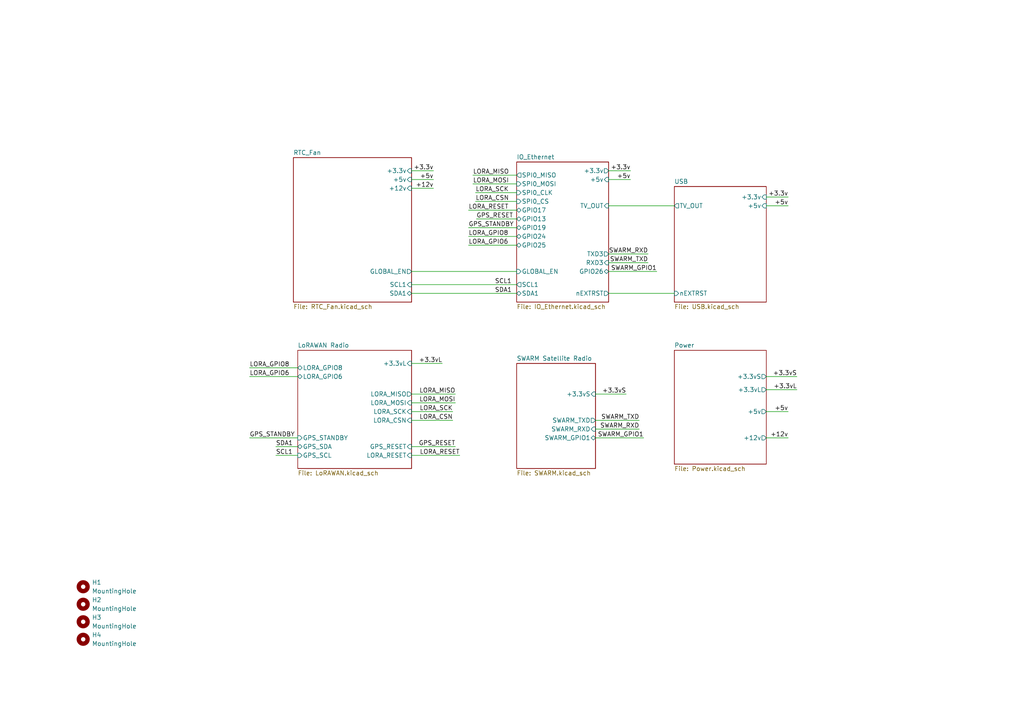
<source format=kicad_sch>
(kicad_sch (version 20211123) (generator eeschema)
  (paper "A4")
  (lib_symbols
    (symbol "Mechanical:MountingHole" (pin_names (offset 1.016))
      (property "Reference" "H" (at 0 5.08 0))
      (property "Value" "MountingHole" (at 0 3.175 0))
      (symbol "MountingHole_0_1"
        (circle (center 0 0) (radius 1.27) (stroke (width 1.27)))
      )
    )
  )
  (wire (pts (xy 187.96 73.66) (xy 176.53 73.66)))
  (wire (pts (xy 149.86 71.12) (xy 135.89 71.12)))
  (wire (pts (xy 119.38 78.74) (xy 149.86 78.74)))
  (wire (pts (xy 172.72 127) (xy 186.69 127)))
  (wire (pts (xy 172.72 121.92) (xy 185.42 121.92)))
  (wire (pts (xy 149.86 68.58) (xy 135.89 68.58)))
  (wire (pts (xy 119.38 82.55) (xy 149.86 82.55)))
  (wire (pts (xy 222.25 127) (xy 228.6 127)))
  (wire (pts (xy 80.01 132.08) (xy 86.36 132.08)))
  (wire (pts (xy 149.86 58.42) (xy 137.922 58.42)))
  (wire (pts (xy 176.53 85.09) (xy 195.58 85.09)))
  (wire (pts (xy 149.86 50.8) (xy 137.16 50.8)))
  (wire (pts (xy 149.86 53.34) (xy 137.16 53.34)))
  (wire (pts (xy 86.36 109.22) (xy 72.39 109.22)))
  (wire (pts (xy 176.53 78.74) (xy 190.5 78.74)))
  (wire (pts (xy 222.25 57.15) (xy 228.6 57.15)))
  (wire (pts (xy 119.38 85.09) (xy 149.86 85.09)))
  (wire (pts (xy 187.96 76.2) (xy 176.53 76.2)))
  (wire (pts (xy 222.25 59.69) (xy 228.6 59.69)))
  (wire (pts (xy 149.86 60.96) (xy 135.89 60.96)))
  (wire (pts (xy 86.36 106.68) (xy 72.39 106.68)))
  (wire (pts (xy 72.39 127) (xy 86.36 127)))
  (wire (pts (xy 176.53 59.69) (xy 195.58 59.69)))
  (wire (pts (xy 176.53 52.07) (xy 182.88 52.07)))
  (wire (pts (xy 119.38 119.38) (xy 131.318 119.38)))
  (wire (pts (xy 222.25 119.38) (xy 228.6 119.38)))
  (wire (pts (xy 119.38 54.61) (xy 125.73 54.61)))
  (wire (pts (xy 138.176 63.5) (xy 149.86 63.5)))
  (wire (pts (xy 119.38 52.07) (xy 125.73 52.07)))
  (wire (pts (xy 176.53 49.53) (xy 182.88 49.53)))
  (wire (pts (xy 119.38 49.53) (xy 125.73 49.53)))
  (wire (pts (xy 119.38 105.41) (xy 128.27 105.41)))
  (wire (pts (xy 172.72 114.3) (xy 181.61 114.3)))
  (wire (pts (xy 172.72 124.46) (xy 185.42 124.46)))
  (wire (pts (xy 222.25 109.22) (xy 231.14 109.22)))
  (wire (pts (xy 149.86 55.88) (xy 137.922 55.88)))
  (wire (pts (xy 119.38 132.08) (xy 133.35 132.08)))
  (wire (pts (xy 80.01 129.54) (xy 86.36 129.54)))
  (wire (pts (xy 119.38 114.3) (xy 132.08 114.3)))
  (wire (pts (xy 119.38 116.84) (xy 132.08 116.84)))
  (wire (pts (xy 135.89 66.04) (xy 149.86 66.04)))
  (wire (pts (xy 119.38 129.54) (xy 132.08 129.54)))
  (wire (pts (xy 119.38 121.92) (xy 131.318 121.92)))
  (wire (pts (xy 222.25 113.03) (xy 231.14 113.03)))
  (label "SCL1" (at 80.01 132.08 0))
  (label "SWARM_TXD" (at 185.42 121.92 180))
  (label "LORA_MISO" (at 137.16 50.8 0))
  (label "LORA_CSN" (at 137.922 58.42 0))
  (label "+12v" (at 228.6 127 180))
  (label "SDA1" (at 80.01 129.54 0))
  (label "+5v" (at 182.88 52.07 180))
  (label "LORA_SCK" (at 137.922 55.88 0))
  (label "LORA_MISO" (at 132.08 114.3 180))
  (label "SWARM_GPIO1" (at 186.69 127 180))
  (label "LORA_SCK" (at 131.318 119.38 180))
  (label "GPS_RESET" (at 132.08 129.54 180))
  (label "+5v" (at 228.6 59.69 180))
  (label "LORA_CSN" (at 131.318 121.92 180))
  (label "+3.3vS" (at 231.14 109.22 180))
  (label "SWARM_GPIO1" (at 190.5 78.74 180))
  (label "+3.3vL" (at 128.27 105.41 180))
  (label "SWARM_RXD" (at 185.42 124.46 180))
  (label "LORA_RESET" (at 133.35 132.08 180))
  (label "LORA_GPIO8" (at 72.39 106.68 0))
  (label "SWARM_RXD" (at 187.96 73.66 180))
  (label "SDA1" (at 143.51 85.09 0))
  (label "+5v" (at 228.6 119.38 180))
  (label "LORA_GPIO6" (at 72.39 109.22 0))
  (label "+3.3v" (at 228.6 57.15 180))
  (label "SWARM_TXD" (at 187.96 76.2 180))
  (label "+3.3vL" (at 231.14 113.03 180))
  (label "LORA_GPIO8" (at 135.89 68.58 0))
  (label "+3.3v" (at 125.73 49.53 180))
  (label "GPS_STANDBY" (at 72.39 127 0))
  (label "GPS_STANDBY" (at 135.89 66.04 0))
  (label "+3.3vS" (at 181.61 114.3 180))
  (label "SCL1" (at 143.51 82.55 0))
  (label "LORA_GPIO6" (at 135.89 71.12 0))
  (label "GPS_RESET" (at 138.176 63.5 0))
  (label "LORA_MOSI" (at 137.16 53.34 0))
  (label "+5v" (at 125.73 52.07 180))
  (label "LORA_MOSI" (at 132.08 116.84 180))
  (label "+12v" (at 125.73 54.61 180))
  (label "LORA_RESET" (at 135.89 60.96 0))
  (label "+3.3v" (at 182.88 49.53 180))
  (symbol (lib_id "Mechanical:MountingHole") (at 24.13 180.34 0) (unit 1)
    (property "Reference" "H3" (at 26.67 179.0699 0) (effects (justify left)))
    (property "Value" "MountingHole" (at 26.67 181.6099 0) (effects (justify left)))
    (property "Footprint" "MountingHole:MountingHole_3mm_Pad_Via" (effects hide))
  )
  (symbol (lib_id "Mechanical:MountingHole") (at 24.13 185.42 0) (unit 1)
    (property "Reference" "H4" (at 26.67 184.1499 0) (effects (justify left)))
    (property "Value" "MountingHole" (at 26.67 186.6899 0) (effects (justify left)))
    (property "Footprint" "MountingHole:MountingHole_3mm_Pad_Via" (effects hide))
  )
  (symbol (lib_id "Mechanical:MountingHole") (at 24.13 170.18 0) (unit 1)
    (property "Reference" "H1" (at 26.67 168.9099 0) (effects (justify left)))
    (property "Value" "MountingHole" (at 26.67 171.4499 0) (effects (justify left)))
    (property "Footprint" "MountingHole:MountingHole_3mm_Pad_Via" (effects hide))
  )
  (symbol (lib_id "Mechanical:MountingHole") (at 24.13 175.26 0) (unit 1)
    (property "Reference" "H2" (at 26.67 173.9899 0) (effects (justify left)))
    (property "Value" "MountingHole" (at 26.67 176.5299 0) (effects (justify left)))
    (property "Footprint" "MountingHole:MountingHole_3mm_Pad_Via" (effects hide))
  )
  (sheet (at 85.09 45.72) (size 34.29 41.91) (stroke (width 0.1524))
    (property "Sheet name" "RTC_Fan" (at 85.09 45.0084 0) (effects (justify left bottom)))
    (property "Sheet file" "RTC_Fan.kicad_sch" (at 85.09 88.2146 0) (effects (justify left top)))
    (pin "+12v" input (at 119.38 54.61 0))
    (pin "+3.3v" input (at 119.38 49.53 0))
    (pin "GLOBAL_EN" output (at 119.38 78.74 0))
    (pin "+5v" input (at 119.38 52.07 0))
    (pin "SCL1" input (at 119.38 82.55 0))
    (pin "SDA1" bidirectional (at 119.38 85.09 0))
  )
  (sheet (at 149.86 105.41) (size 22.86 30.48) (stroke (width 0.1524))
    (property "Sheet name" "SWARM Satellite Radio" (at 149.86 104.6984 0) (effects (justify left bottom)))
    (property "Sheet file" "SWARM.kicad_sch" (at 149.86 136.4746 0) (effects (justify left top)))
    (pin "+3.3vS" input (at 172.72 114.3 0))
    (pin "SWARM_RXD" input (at 172.72 124.46 0))
    (pin "SWARM_TXD" output (at 172.72 121.92 0))
    (pin "SWARM_GPIO1" bidirectional (at 172.72 127 0))
  )
  (sheet (at 195.58 101.6) (size 26.67 33.02) (stroke (width 0.1524))
    (property "Sheet name" "Power" (at 195.58 100.8884 0) (effects (justify left bottom)))
    (property "Sheet file" "Power.kicad_sch" (at 195.58 135.2046 0) (effects (justify left top)))
    (pin "+3.3vL" output (at 222.25 113.03 0))
    (pin "+5v" output (at 222.25 119.38 0))
    (pin "+3.3vS" output (at 222.25 109.22 0))
    (pin "+12v" output (at 222.25 127 0))
  )
  (sheet (at 195.58 54.102) (size 26.67 33.528) (stroke (width 0.1524))
    (property "Sheet name" "USB" (at 195.58 53.3904 0) (effects (justify left bottom)))
    (property "Sheet file" "USB.kicad_sch" (at 195.58 88.2146 0) (effects (justify left top)))
    (pin "TV_OUT" output (at 195.58 59.69 180))
    (pin "+3.3v" input (at 222.25 57.15 0))
    (pin "nEXTRST" input (at 195.58 85.09 180))
    (pin "+5v" input (at 222.25 59.69 0))
  )
  (sheet (at 149.86 46.99) (size 26.67 40.64) (stroke (width 0.1524))
    (property "Sheet name" "IO_Ethernet" (at 149.86 46.2784 0) (effects (justify left bottom)))
    (property "Sheet file" "IO_Ethernet.kicad_sch" (at 149.86 88.2146 0) (effects (justify left top)))
    (pin "nEXTRST" output (at 176.53 85.09 0))
    (pin "+3.3v" output (at 176.53 49.53 0))
    (pin "TV_OUT" input (at 176.53 59.69 0))
    (pin "+5v" input (at 176.53 52.07 0))
    (pin "GLOBAL_EN" input (at 149.86 78.74 180))
    (pin "TXD3" output (at 176.53 73.66 0))
    (pin "RXD3" input (at 176.53 76.2 0))
    (pin "SDA1" bidirectional (at 149.86 85.09 180))
    (pin "SCL1" output (at 149.86 82.55 180))
    (pin "GPIO17" bidirectional (at 149.86 60.96 180))
    (pin "GPIO19" bidirectional (at 149.86 66.04 180))
    (pin "GPIO13" bidirectional (at 149.86 63.5 180))
    (pin "SPI0_CS" input (at 149.86 58.42 180))
    (pin "SPI0_MISO" output (at 149.86 50.8 180))
    (pin "SPI0_MOSI" input (at 149.86 53.34 180))
    (pin "SPI0_CLK" input (at 149.86 55.88 180))
    (pin "GPIO26" bidirectional (at 176.53 78.74 0))
    (pin "GPIO24" bidirectional (at 149.86 68.58 180))
    (pin "GPIO25" bidirectional (at 149.86 71.12 180))
  )
  (sheet (at 86.36 101.6) (size 33.02 34.29) (stroke (width 0.1524))
    (property "Sheet name" "LoRAWAN Radio" (at 86.36 100.8884 0) (effects (justify left bottom)))
    (property "Sheet file" "LoRAWAN.kicad_sch" (at 86.36 136.4746 0) (effects (justify left top)))
    (pin "+3.3vL" input (at 119.38 105.41 0))
    (pin "GPS_RESET" input (at 119.38 129.54 0))
    (pin "GPS_STANDBY" input (at 86.36 127 180))
    (pin "LORA_CSN" input (at 119.38 121.92 0))
    (pin "LORA_MOSI" input (at 119.38 116.84 0))
    (pin "LORA_MISO" output (at 119.38 114.3 0))
    (pin "LORA_SCK" input (at 119.38 119.38 0))
    (pin "LORA_RESET" input (at 119.38 132.08 0))
    (pin "LORA_GPIO8" bidirectional (at 86.36 106.68 180))
    (pin "LORA_GPIO6" bidirectional (at 86.36 109.22 180))
    (pin "GPS_SDA" bidirectional (at 86.36 129.54 180))
    (pin "GPS_SCL" input (at 86.36 132.08 180))
  )
)
</source>
